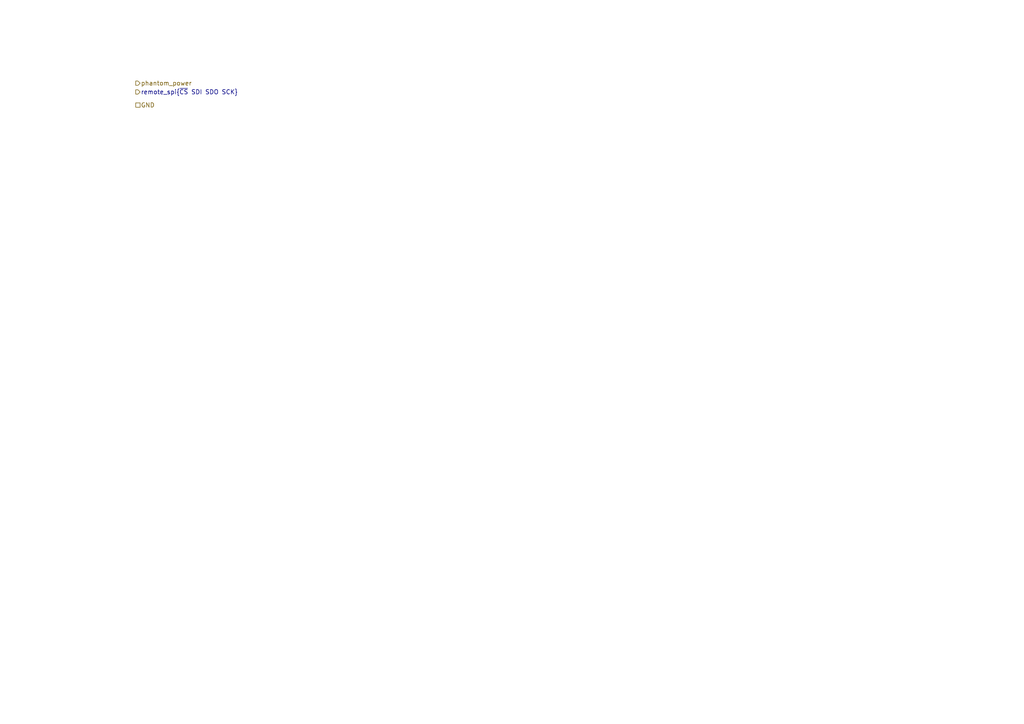
<source format=kicad_sch>
(kicad_sch (version 20210406) (generator eeschema)
  (paper "A4")
  (title_block (title "Common Slot to ATX Adapter") (rev "1"))
  (lib_symbols)
  (hierarchical_label "phantom_power" (shape output) (at 39.37 24.13 0))
  (hierarchical_label "remote_spi{~CS SDI SDO SCK}" (shape output) (at 39.37 26.67 0))
  (hierarchical_label "GND" (shape passive) (at 39.37 30.48 0))
)
</source>
